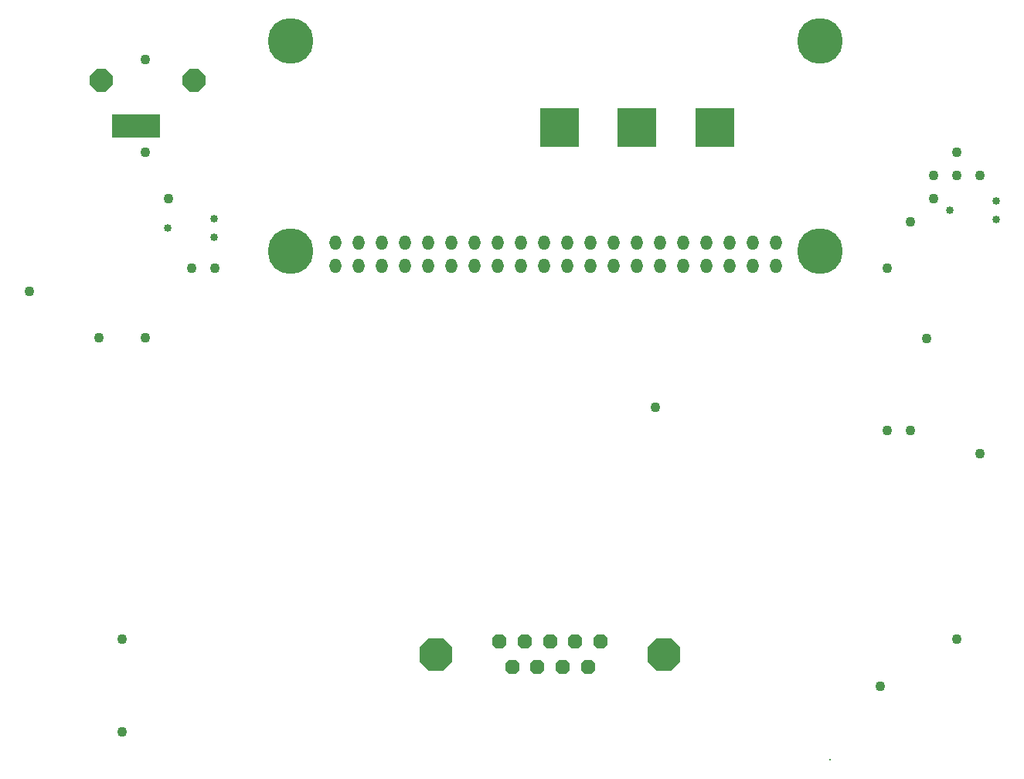
<source format=gbs>
G04*
G04 #@! TF.GenerationSoftware,Altium Limited,Altium Designer,19.0.8 (182)*
G04*
G04 Layer_Color=16711935*
%FSLAX25Y25*%
%MOIN*%
G70*
G01*
G75*
%ADD113O,0.05118X0.06299*%
%ADD114C,0.19685*%
%ADD115P,0.06818X8X202.5*%
%ADD116P,0.15341X8X202.5*%
%ADD117C,0.03347*%
%ADD118C,0.00800*%
%ADD119P,0.10499X8X22.5*%
%ADD120C,0.05300*%
%ADD136R,0.21000X0.10429*%
%ADD137C,0.04304*%
%ADD138R,0.16800X0.16800*%
D113*
X180500Y218032D02*
D03*
Y228031D02*
D03*
X190500Y218032D02*
D03*
Y228031D02*
D03*
X200500Y218032D02*
D03*
Y228031D02*
D03*
X210500Y218032D02*
D03*
Y228031D02*
D03*
X220500Y218032D02*
D03*
Y228031D02*
D03*
X230500Y218032D02*
D03*
Y228031D02*
D03*
X240500Y218032D02*
D03*
Y228031D02*
D03*
X250500Y218032D02*
D03*
Y228031D02*
D03*
X260500Y218032D02*
D03*
Y228031D02*
D03*
X270500Y218032D02*
D03*
Y228031D02*
D03*
X280500Y218032D02*
D03*
Y228031D02*
D03*
X290500Y218032D02*
D03*
Y228031D02*
D03*
X300500Y218032D02*
D03*
Y228031D02*
D03*
X310500Y218032D02*
D03*
Y228031D02*
D03*
X320500Y218032D02*
D03*
Y228031D02*
D03*
X330500Y218032D02*
D03*
Y228031D02*
D03*
X340500Y218032D02*
D03*
Y228031D02*
D03*
X350500Y218032D02*
D03*
Y228031D02*
D03*
X370500D02*
D03*
Y218032D02*
D03*
X360500Y228031D02*
D03*
Y218032D02*
D03*
D114*
X389634Y315000D02*
D03*
Y224449D02*
D03*
X161287D02*
D03*
Y315000D02*
D03*
D115*
X294858Y56000D02*
D03*
X283953D02*
D03*
X273047D02*
D03*
X262142D02*
D03*
X251236D02*
D03*
X289405Y44819D02*
D03*
X278500D02*
D03*
X267595D02*
D03*
X256689D02*
D03*
D116*
X322240Y50409D02*
D03*
X223854D02*
D03*
D117*
X128260Y230187D02*
D03*
Y238187D02*
D03*
X108260Y234187D02*
D03*
X445380Y242079D02*
D03*
X465380Y246079D02*
D03*
Y238079D02*
D03*
D118*
X393952Y5039D02*
D03*
D119*
X79500Y298000D02*
D03*
X119500D02*
D03*
D120*
X89500Y278000D02*
D03*
X99500D02*
D03*
D136*
X94500Y278215D02*
D03*
D137*
X448500Y57000D02*
D03*
X88500Y17000D02*
D03*
Y57000D02*
D03*
X128500Y217000D02*
D03*
X438500Y247000D02*
D03*
Y257000D02*
D03*
X448500D02*
D03*
X458500D02*
D03*
X448500Y267000D02*
D03*
X418500Y217000D02*
D03*
X428500Y237000D02*
D03*
X48500Y207000D02*
D03*
X108500Y247000D02*
D03*
X98500Y267000D02*
D03*
X118500Y217000D02*
D03*
X98500Y307000D02*
D03*
Y187000D02*
D03*
X78500D02*
D03*
X318500Y157000D02*
D03*
X428500Y147000D02*
D03*
X415452Y36500D02*
D03*
X435452Y186500D02*
D03*
X458500Y137000D02*
D03*
X418500Y147000D02*
D03*
D138*
X277000Y277500D02*
D03*
X310500D02*
D03*
X344000D02*
D03*
M02*

</source>
